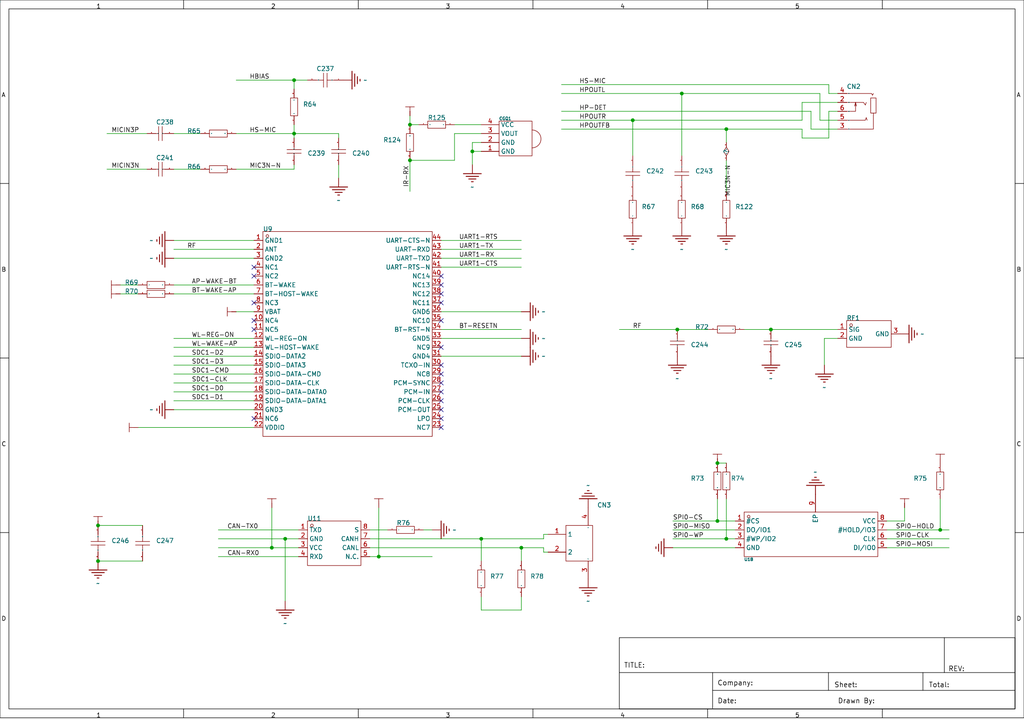
<source format=kicad_sch>
(kicad_sch (version 20231120) (generator "eeschema") (generator_version "8.0")
  (paper "User" 291.846 205.029)
  (lib_symbols
    (symbol "5-Voltage_1" (power) (pin_numbers hide) (pin_names hide)
      (symbol "5-Voltage_1_1_0"
        (polyline (pts (xy -1.27 2.54) (xy 1.27 2.54)))
        (polyline (pts (xy 0 2.54) (xy 0 1.27)))
        (pin power_in line (at 0 0 90) (length 1.27) (name "VCC-3V3") (number "1"))
      )
    )
    (symbol "5-Voltage_2" (power) (pin_numbers hide) (pin_names hide)
      (symbol "5-Voltage_2_1_0"
        (polyline (pts (xy -1.27 2.54) (xy 1.27 2.54)))
        (polyline (pts (xy 0 2.54) (xy 0 1.27)))
        (pin power_in line (at 0 0 90) (length 1.27) (name "VCC-NAND") (number "1"))
      )
    )
    (symbol "5-Voltage_3" (power) (pin_numbers hide) (pin_names hide)
      (symbol "5-Voltage_3_1_0"
        (polyline (pts (xy -1.27 2.54) (xy 1.27 2.54)))
        (polyline (pts (xy 0 2.54) (xy 0 1.27)))
        (pin power_in line (at 0 0 90) (length 1.27) (name "VCC-NAND") (number "1"))
      )
    )
    (symbol "5-Voltage_4" (power) (pin_numbers hide) (pin_names hide)
      (symbol "5-Voltage_4_1_0"
        (polyline (pts (xy -1.27 2.54) (xy 1.27 2.54)))
        (polyline (pts (xy 0 2.54) (xy 0 1.27)))
        (pin power_in line (at 0 0 90) (length 1.27) (name "VCC-NAND") (number "1"))
      )
    )
    (symbol "5-Voltage_5" (power) (pin_numbers hide) (pin_names hide)
      (symbol "5-Voltage_5_1_0"
        (polyline (pts (xy -1.27 2.54) (xy 1.27 2.54)))
        (polyline (pts (xy 0 2.54) (xy 0 1.27)))
        (pin power_in line (at 0 0 90) (length 1.27) (name "VCCIO-WIFI") (number "1"))
      )
    )
    (symbol "5-Voltage_6" (power) (pin_numbers hide) (pin_names hide)
      (symbol "5-Voltage_6_1_0"
        (polyline (pts (xy -1.27 2.54) (xy 1.27 2.54)))
        (polyline (pts (xy 0 2.54) (xy 0 1.27)))
        (pin power_in line (at 0 0 90) (length 1.27) (name "VCCIO-WIFI") (number "1"))
      )
    )
    (symbol "5-Voltage_7" (power) (pin_numbers hide) (pin_names hide)
      (symbol "5-Voltage_7_1_0"
        (polyline (pts (xy -1.27 2.54) (xy 1.27 2.54)))
        (polyline (pts (xy 0 2.54) (xy 0 1.27)))
        (pin power_in line (at 0 0 90) (length 1.27) (name "VCC-3V3") (number "1"))
      )
    )
    (symbol "5-Voltage_8" (power) (pin_numbers hide) (pin_names hide)
      (symbol "5-Voltage_8_1_0"
        (polyline (pts (xy -1.27 2.54) (xy 1.27 2.54)))
        (polyline (pts (xy 0 2.54) (xy 0 1.27)))
        (pin power_in line (at 0 0 90) (length 1.27) (name "VCC-PI") (number "1"))
      )
    )
    (symbol "5-Voltage_9" (power) (pin_numbers hide) (pin_names hide)
      (symbol "5-Voltage_9_1_0"
        (polyline (pts (xy -1.27 2.54) (xy 1.27 2.54)))
        (polyline (pts (xy 0 2.54) (xy 0 1.27)))
        (pin power_in line (at 0 0 90) (length 1.27) (name "VCCIO-WIFI") (number "1"))
      )
    )
    (symbol "AvaotaA1-easyedapro:0533980271"
      (property "Reference" "CN" (at 0 0 0))
      (symbol "0533980271_1_0"
        (rectangle (start -1.27 -5.08) (end 6.35 5.08))
        (pin unspecified line (at -6.35 2.54 0) (length 5.08) (name "1") (number "1"))
        (pin unspecified line (at -6.35 -2.54 0) (length 5.08) (name "2") (number "2"))
        (pin unspecified line (at 5.08 -10.16 90) (length 5.08) (name "3") (number "3"))
        (pin unspecified line (at 5.08 10.16 270) (length 5.08) (name "4") (number "4"))
      )
    )
    (symbol "AvaotaA1-easyedapro:5-Voltage" (power) (pin_numbers hide) (pin_names hide)
      (symbol "5-Voltage_1_0"
        (polyline (pts (xy -1.27 2.54) (xy 1.27 2.54)))
        (polyline (pts (xy 0 2.54) (xy 0 1.27)))
        (pin power_in line (at 0 0 90) (length 1.27) (name "VBUS") (number "1"))
      )
    )
    (symbol "AvaotaA1-easyedapro:BWIPX-1-001E"
      (property "Reference" "RF" (at 0 0 0))
      (symbol "BWIPX-1-001E_1_0"
        (rectangle (start -6.35 -3.81) (end 6.35 3.81))
        (circle (center -5.08 2.54) (radius 0.381))
        (pin unspecified line (at -8.89 1.27 0) (length 2.54) (name "SIG") (number "1"))
        (pin unspecified line (at -8.89 -1.27 0) (length 2.54) (name "GND") (number "2"))
        (pin unspecified line (at 8.89 0 180) (length 2.54) (name "GND") (number "3"))
      )
    )
    (symbol "AvaotaA1-easyedapro:CapAcitance"
      (symbol "CapAcitance_1_0"
        (polyline (pts (xy -0.508 -2.032) (xy -0.508 2.032)))
        (polyline (pts (xy -0.508 0) (xy -2.54 0)))
        (polyline (pts (xy 0.508 2.032) (xy 0.508 -2.032)))
        (polyline (pts (xy 2.54 0) (xy 0.508 0)))
        (pin input line (at -5.08 0 0) (length 2.54) (name "1") (number "1"))
        (pin input line (at 5.08 0 180) (length 2.54) (name "2") (number "2"))
      )
    )
    (symbol "AvaotaA1-easyedapro:GRM033R61A104KE15D"
      (property "Reference" "C" (at 0 0 0))
      (symbol "GRM033R61A104KE15D_1_0"
        (polyline (pts (xy -1.27 0) (xy -0.508 0)))
        (polyline (pts (xy -0.508 2.032) (xy -0.508 -2.032)))
        (polyline (pts (xy 0.508 0) (xy 1.27 0)))
        (polyline (pts (xy 0.508 2.032) (xy 0.508 -2.032)))
        (pin input line (at -3.81 0 0) (length 2.54) (name "1") (number "1"))
        (pin input line (at 3.81 0 180) (length 2.54) (name "2") (number "2"))
      )
    )
    (symbol "AvaotaA1-easyedapro:Ground-GND" (power) (pin_numbers hide) (pin_names hide)
      (symbol "Ground-GND_1_0"
        (polyline (pts (xy -2.54 -2.54) (xy 2.54 -2.54)) (stroke (width 0.254)))
        (polyline (pts (xy -1.778 -3.302) (xy 1.778 -3.302)) (stroke (width 0.254)))
        (polyline (pts (xy -1.016 -4.064) (xy 1.016 -4.064)) (stroke (width 0.254)))
        (polyline (pts (xy -0.254 -4.826) (xy 0.254 -4.826)) (stroke (width 0.254)))
        (pin power_in line (at 0 0 270) (length 2.54) (name "") (number "1"))
      )
    )
    (symbol "AvaotaA1-easyedapro:IRM-H638T/TR2"
      (property "Reference" "CGQ" (at 0 0 0))
      (symbol "IRM-H638T/TR2_1_0"
        (rectangle (start -2.54 -4.826) (end 6.858 5.08))
        (arc (start 6.858 -2.286) (mid 9.398 0.254) (end 6.858 2.794))
        (pin input line (at -7.62 3.81 0) (length 5.08) (name "GND") (number "1"))
        (pin input line (at -7.62 1.27 0) (length 5.08) (name "GND") (number "2"))
        (pin input line (at -7.62 -1.27 0) (length 5.08) (name "VOUT") (number "3"))
        (pin input line (at -7.62 -3.81 0) (length 5.08) (name "VCC") (number "4"))
      )
    )
    (symbol "AvaotaA1-easyedapro:PJ-327A0-SMT"
      (property "Reference" "CN" (at 0 0 0))
      (symbol "PJ-327A0-SMT_1_0"
        (rectangle (start -5.842 -3.81) (end -4.318 0.508))
        (polyline (pts (xy 0 -2.54) (xy -0.254 -1.524)))
        (polyline (pts (xy -5.08 0.508) (xy -5.08 5.08) (xy -5.08 5.08) (xy 2.54 5.08)))
        (polyline (pts (xy 2.54 -5.08) (xy -4.572 -5.08) (xy -4.572 -5.08) (xy -4.826 -4.572) (xy -4.826 -4.572) (xy -5.08 -5.08)))
        (polyline (pts (xy 2.54 -2.54) (xy -2.286 -2.54) (xy -2.286 -2.54) (xy -2.794 -1.778) (xy -2.794 -1.778) (xy -3.048 -2.54)))
        (polyline (pts (xy 2.54 2.54) (xy -2.794 2.54) (xy -2.794 2.54) (xy -3.048 1.778) (xy -3.048 1.778) (xy -3.302 2.54)))
        (polyline (pts (xy 2.54 0) (xy 0 0) (xy 0 0) (xy 0 -2.54) (xy 0 -2.54) (xy 0.254 -1.524) (xy 0.254 -1.524) (xy 0.254 -1.524)))
        (pin unspecified line (at 5.08 -2.54 180) (length 2.54) (name "2") (number "2"))
        (pin unspecified line (at 5.08 5.08 180) (length 2.54) (name "3") (number "3"))
        (pin unspecified line (at 5.08 -5.08 180) (length 2.54) (name "4") (number "4"))
        (pin unspecified line (at 5.08 2.54 180) (length 2.54) (name "5") (number "5"))
        (pin unspecified line (at 5.08 0 180) (length 2.54) (name "6") (number "6"))
      )
    )
    (symbol "AvaotaA1-easyedapro:Sheet_A4"
      (symbol "Sheet_A4_1_0"
        (polyline (pts (xy 2.54 -151.892) (xy 0 -151.892)) (stroke (width 0) (color 0 0 0 1)))
        (polyline (pts (xy 2.54 -102.108) (xy 0 -102.108)) (stroke (width 0) (color 0 0 0 1)))
        (polyline (pts (xy 2.54 -52.324) (xy 0 -52.324)) (stroke (width 0) (color 0 0 0 1)))
        (polyline (pts (xy 52.324 -202.184) (xy 52.324 -204.724)) (stroke (width 0) (color 0 0 0 1)))
        (polyline (pts (xy 52.324 -2.54) (xy 52.324 0)) (stroke (width 0) (color 0 0 0 1)))
        (polyline (pts (xy 102.108 -202.184) (xy 102.108 -204.724)) (stroke (width 0) (color 0 0 0 1)))
        (polyline (pts (xy 102.108 -2.54) (xy 102.108 0)) (stroke (width 0) (color 0 0 0 1)))
        (polyline (pts (xy 151.892 -202.184) (xy 151.892 -204.724)) (stroke (width 0) (color 0 0 0 1)))
        (polyline (pts (xy 151.892 -2.54) (xy 151.892 0)) (stroke (width 0) (color 0 0 0 1)))
        (polyline (pts (xy 176.5554 -191.8208) (xy 289.2044 -191.8208)) (stroke (width 0) (color 0 0 0 1)))
        (polyline (pts (xy 201.676 -202.184) (xy 201.676 -204.724)) (stroke (width 0) (color 0 0 0 1)))
        (polyline (pts (xy 201.676 -2.54) (xy 201.676 0)) (stroke (width 0) (color 0 0 0 1)))
        (polyline (pts (xy 203.0984 -196.9008) (xy 289.2044 -196.9008)) (stroke (width 0) (color 0 0 0 1)))
        (polyline (pts (xy 203.0984 -191.8208) (xy 203.0984 -201.9808)) (stroke (width 0) (color 0 0 0 1)))
        (polyline (pts (xy 236.1184 -191.8208) (xy 236.1184 -196.9008)) (stroke (width 0) (color 0 0 0 1)))
        (polyline (pts (xy 251.46 -202.184) (xy 251.46 -204.724)) (stroke (width 0) (color 0 0 0 1)))
        (polyline (pts (xy 251.46 -2.54) (xy 251.46 0)) (stroke (width 0) (color 0 0 0 1)))
        (polyline (pts (xy 263.0424 -191.8208) (xy 263.0424 -196.9008)) (stroke (width 0) (color 0 0 0 1)))
        (polyline (pts (xy 269.1384 -181.864) (xy 269.1384 -191.8208)) (stroke (width 0) (color 0 0 0 1)))
        (polyline (pts (xy 289.306 -151.892) (xy 291.846 -151.892)) (stroke (width 0) (color 0 0 0 1)))
        (polyline (pts (xy 289.306 -102.108) (xy 291.846 -102.108)) (stroke (width 0) (color 0 0 0 1)))
        (polyline (pts (xy 289.306 -52.324) (xy 291.846 -52.324)) (stroke (width 0) (color 0 0 0 1)))
        (rectangle (start 0 0) (end 291.846 -204.724) (stroke (width 0) (color 0 0 0 1)))
        (rectangle (start 2.54 -2.54) (end 289.306 -202.184) (stroke (width 0) (color 0 0 0 1)))
        (rectangle (start 176.5046 -181.864) (end 289.2806 -202.184) (stroke (width 0) (color 0 0 0 1)))
        (text "1" (at 27.432 -204.6732 0) (effects (font (size 1.2192 1.2192)) (justify left bottom)))
        (text "1" (at 27.432 -2.4892 0) (effects (font (size 1.2192 1.2192)) (justify left bottom)))
        (text "2" (at 77.216 -204.6732 0) (effects (font (size 1.2192 1.2192)) (justify left bottom)))
        (text "2" (at 77.216 -2.4892 0) (effects (font (size 1.2192 1.2192)) (justify left bottom)))
        (text "3" (at 127 -204.6732 0) (effects (font (size 1.2192 1.2192)) (justify left bottom)))
        (text "3" (at 127 -2.4892 0) (effects (font (size 1.2192 1.2192)) (justify left bottom)))
        (text "4" (at 176.784 -204.6732 0) (effects (font (size 1.2192 1.2192)) (justify left bottom)))
        (text "4" (at 176.784 -2.4892 0) (effects (font (size 1.2192 1.2192)) (justify left bottom)))
        (text "5" (at 226.568 -204.6732 0) (effects (font (size 1.2192 1.2192)) (justify left bottom)))
        (text "5" (at 226.568 -2.4892 0) (effects (font (size 1.2192 1.2192)) (justify left bottom)))
        (text "A" (at 0.381 -27.7622 0) (effects (font (size 1.2192 1.2192)) (justify left bottom)))
        (text "A" (at 289.687 -27.7622 0) (effects (font (size 1.2192 1.2192)) (justify left bottom)))
        (text "B" (at 0.381 -77.5462 0) (effects (font (size 1.2192 1.2192)) (justify left bottom)))
        (text "B" (at 289.687 -77.5462 0) (effects (font (size 1.2192 1.2192)) (justify left bottom)))
        (text "C" (at 0.381 -127.3302 0) (effects (font (size 1.2192 1.2192)) (justify left bottom)))
        (text "C" (at 289.687 -127.3302 0) (effects (font (size 1.2192 1.2192)) (justify left bottom)))
        (text "Company:" (at 204.4446 -195.5546 0) (effects (font (size 1.397 1.397)) (justify left bottom)))
        (text "D" (at 0.381 -177.1142 0) (effects (font (size 1.2192 1.2192)) (justify left bottom)))
        (text "D" (at 289.687 -177.1142 0) (effects (font (size 1.2192 1.2192)) (justify left bottom)))
        (text "Date:" (at 204.47 -200.66 0) (effects (font (size 1.397 1.397)) (justify left bottom)))
        (text "Drawn By:" (at 238.76 -200.66 0) (effects (font (size 1.397 1.397)) (justify left bottom)))
        (text "REV:" (at 270.256 -191.516 0) (effects (font (size 1.397 1.397)) (justify left bottom)))
        (text "Sheet:" (at 237.744 -196.088 0) (effects (font (size 1.397 1.397)) (justify left bottom)))
        (text "TITLE:" (at 177.8 -190.5 0) (effects (font (size 1.397 1.397)) (justify left bottom)))
        (text "Total:" (at 264.668 -196.088 0) (effects (font (size 1.397 1.397)) (justify left bottom)))
      )
    )
    (symbol "AvaotaA1-easyedapro:Short-Symbol"
      (symbol "Short-Symbol_1_0"
        (polyline (pts (xy -1.27 0) (xy 0 0.762) (xy 1.27 0) (xy 0 -0.762) (xy -1.27 0)))
        (pin input line (at -2.54 0 0) (length 1.27) (name "Pin1") (number "1"))
        (pin input line (at 2.54 0 180) (length 1.27) (name "Pin1") (number "2"))
      )
    )
    (symbol "AvaotaA1-easyedapro:TJA1051T_C7432801"
      (property "Reference" "U" (at 0 0 0))
      (symbol "TJA1051T_C7432801_1_0"
        (rectangle (start -7.62 -6.35) (end 7.62 6.35))
        (circle (center -6.35 5.08) (radius 0.381))
        (pin unspecified line (at -10.16 3.81 0) (length 2.54) (name "TXD") (number "1"))
        (pin unspecified line (at -10.16 1.27 0) (length 2.54) (name "GND") (number "2"))
        (pin unspecified line (at -10.16 -1.27 0) (length 2.54) (name "VCC") (number "3"))
        (pin unspecified line (at -10.16 -3.81 0) (length 2.54) (name "RXD") (number "4"))
        (pin unspecified line (at 10.16 -3.81 180) (length 2.54) (name "N.C.") (number "5"))
        (pin unspecified line (at 10.16 -1.27 180) (length 2.54) (name "CANL") (number "6"))
        (pin unspecified line (at 10.16 1.27 180) (length 2.54) (name "CANH") (number "7"))
        (pin unspecified line (at 10.16 3.81 180) (length 2.54) (name "S") (number "8"))
      )
    )
    (symbol "AvaotaA1-easyedapro:W25N01GVZEIG"
      (property "Reference" "U" (at 0 0 0))
      (symbol "W25N01GVZEIG_1_0"
        (rectangle (start -20.32 -7.62) (end 17.78 5.08))
        (circle (center -19.05 3.81) (radius 0.381))
        (pin input line (at -22.86 2.54 0) (length 2.54) (name "#CS") (number "1"))
        (pin input line (at -22.86 0 0) (length 2.54) (name "DO/IO1") (number "2"))
        (pin input line (at -22.86 -2.54 0) (length 2.54) (name "#WP/IO2") (number "3"))
        (pin input line (at -22.86 -5.08 0) (length 2.54) (name "GND") (number "4"))
        (pin input line (at 20.32 -5.08 180) (length 2.54) (name "DI/IO0") (number "5"))
        (pin input line (at 20.32 -2.54 180) (length 2.54) (name "CLK") (number "6"))
        (pin input line (at 20.32 0 180) (length 2.54) (name "#HOLD/IO3") (number "7"))
        (pin input line (at 20.32 2.54 180) (length 2.54) (name "VCC") (number "8"))
        (pin input line (at 0 10.16 270) (length 5.08) (name "EP") (number "9"))
      )
    )
    (symbol "AvaotaA1-easyedapro:XR829MQ"
      (property "Reference" "U" (at 0 0 0))
      (symbol "XR829MQ_1_0"
        (rectangle (start -24.13 -29.21) (end 24.13 29.21))
        (circle (center -22.86 27.94) (radius 0.381))
        (pin input line (at -26.67 26.67 0) (length 2.54) (name "GND1") (number "1"))
        (pin input line (at -26.67 3.81 0) (length 2.54) (name "NC4") (number "10"))
        (pin input line (at -26.67 1.27 0) (length 2.54) (name "NC5") (number "11"))
        (pin input line (at -26.67 -1.27 0) (length 2.54) (name "WL-REG-ON") (number "12"))
        (pin input line (at -26.67 -3.81 0) (length 2.54) (name "WL-HOST-WAKE") (number "13"))
        (pin input line (at -26.67 -6.35 0) (length 2.54) (name "SDIO-DATA2") (number "14"))
        (pin input line (at -26.67 -8.89 0) (length 2.54) (name "SDIO-DATA3") (number "15"))
        (pin input line (at -26.67 -11.43 0) (length 2.54) (name "SDIO-DATA-CMD") (number "16"))
        (pin input line (at -26.67 -13.97 0) (length 2.54) (name "SDIO-DATA-CLK") (number "17"))
        (pin input line (at -26.67 -16.51 0) (length 2.54) (name "SDIO-DATA-DATA0") (number "18"))
        (pin input line (at -26.67 -19.05 0) (length 2.54) (name "SDIO-DATA-DATA1") (number "19"))
        (pin input line (at -26.67 24.13 0) (length 2.54) (name "ANT") (number "2"))
        (pin input line (at -26.67 -21.59 0) (length 2.54) (name "GND3") (number "20"))
        (pin input line (at -26.67 -24.13 0) (length 2.54) (name "NC6") (number "21"))
        (pin input line (at -26.67 -26.67 0) (length 2.54) (name "VDDIO") (number "22"))
        (pin input line (at 26.67 -26.67 180) (length 2.54) (name "NC7") (number "23"))
        (pin input line (at 26.67 -24.13 180) (length 2.54) (name "LPO") (number "24"))
        (pin input line (at 26.67 -21.59 180) (length 2.54) (name "PCM-OUT") (number "25"))
        (pin input line (at 26.67 -19.05 180) (length 2.54) (name "PCM-CLK") (number "26"))
        (pin input line (at 26.67 -16.51 180) (length 2.54) (name "PCM-IN") (number "27"))
        (pin input line (at 26.67 -13.97 180) (length 2.54) (name "PCM-SYNC") (number "28"))
        (pin input line (at 26.67 -11.43 180) (length 2.54) (name "NC8") (number "29"))
        (pin input line (at -26.67 21.59 0) (length 2.54) (name "GND2") (number "3"))
        (pin input line (at 26.67 -8.89 180) (length 2.54) (name "TCXO-IN") (number "30"))
        (pin input line (at 26.67 -6.35 180) (length 2.54) (name "GND4") (number "31"))
        (pin input line (at 26.67 -3.81 180) (length 2.54) (name "NC9") (number "32"))
        (pin input line (at 26.67 -1.27 180) (length 2.54) (name "GND5") (number "33"))
        (pin input line (at 26.67 1.27 180) (length 2.54) (name "BT-RST-N") (number "34"))
        (pin input line (at 26.67 3.81 180) (length 2.54) (name "NC10") (number "35"))
        (pin input line (at 26.67 6.35 180) (length 2.54) (name "GND6") (number "36"))
        (pin input line (at 26.67 8.89 180) (length 2.54) (name "NC11") (number "37"))
        (pin input line (at 26.67 11.43 180) (length 2.54) (name "NC12") (number "38"))
        (pin input line (at 26.67 13.97 180) (length 2.54) (name "NC13") (number "39"))
        (pin input line (at -26.67 19.05 0) (length 2.54) (name "NC1") (number "4"))
        (pin input line (at 26.67 16.51 180) (length 2.54) (name "NC14") (number "40"))
        (pin input line (at 26.67 19.05 180) (length 2.54) (name "UART-RTS-N") (number "41"))
        (pin input line (at 26.67 21.59 180) (length 2.54) (name "UART-TXD") (number "42"))
        (pin input line (at 26.67 24.13 180) (length 2.54) (name "UART-RXD") (number "43"))
        (pin input line (at 26.67 26.67 180) (length 2.54) (name "UART-CTS-N") (number "44"))
        (pin input line (at -26.67 16.51 0) (length 2.54) (name "NC2") (number "5"))
        (pin input line (at -26.67 13.97 0) (length 2.54) (name "BT-WAKE") (number "6"))
        (pin input line (at -26.67 11.43 0) (length 2.54) (name "BT-HOST-WAKE") (number "7"))
        (pin input line (at -26.67 8.89 0) (length 2.54) (name "NC3") (number "8"))
        (pin input line (at -26.67 6.35 0) (length 2.54) (name "VBAT") (number "9"))
      )
    )
    (symbol "AvaotaA1-easyedapro:电阻"
      (symbol "电阻_1_0"
        (rectangle (start -2.54 1.016) (end 2.54 -1.016))
        (pin input line (at -5.08 0 0) (length 2.54) (name "1") (number "1"))
        (pin input line (at 5.08 0 180) (length 2.54) (name "2") (number "2"))
      )
    )
  )
  (junction (at 83.82 38.1))
  (junction (at 194.31 26.67))
  (junction (at 193.04 93.98))
  (junction (at 107.95 158.75))
  (junction (at 207.01 36.83))
  (junction (at 27.94 160.02))
  (junction (at 134.62 43.18))
  (junction (at 137.16 153.67))
  (junction (at 267.97 151.13))
  (junction (at 116.84 35.56))
  (junction (at 116.84 45.72))
  (junction (at 148.59 156.21))
  (junction (at 204.47 148.59))
  (junction (at 180.34 34.29))
  (junction (at 81.28 153.67))
  (junction (at 83.82 22.86))
  (junction (at 204.47 132.08))
  (junction (at 219.71 93.98))
  (junction (at 77.47 156.21))
  (junction (at 27.94 149.86))
  (junction (at 207.01 153.67))
  (no_connect (at 125.73 121.92))
  (no_connect (at 72.39 119.38))
  (no_connect (at 125.73 81.28))
  (no_connect (at 72.39 93.98))
  (no_connect (at 125.73 111.76))
  (no_connect (at 72.39 76.2))
  (no_connect (at 72.39 86.36))
  (no_connect (at 125.73 109.22))
  (no_connect (at 72.39 78.74))
  (no_connect (at 125.73 91.44))
  (no_connect (at 125.73 78.74))
  (no_connect (at 125.73 116.84))
  (no_connect (at 125.73 86.36))
  (no_connect (at 72.39 91.44))
  (no_connect (at 125.73 99.06))
  (no_connect (at 125.73 114.3))
  (no_connect (at 125.73 104.14))
  (no_connect (at 125.73 106.68))
  (no_connect (at 125.73 83.82))
  (no_connect (at 125.73 119.38))
  (wire (pts (xy 207.01 40.64) (xy 207.01 36.83)))
  (wire (pts (xy 156.21 152.4) (xy 154.94 152.4)))
  (wire (pts (xy 148.59 71.12) (xy 125.73 71.12)))
  (wire (pts (xy 207.01 132.08) (xy 204.47 132.08)))
  (wire (pts (xy 267.97 151.13) (xy 267.97 142.24)))
  (wire (pts (xy 148.59 156.21) (xy 105.41 156.21)))
  (wire (pts (xy 236.22 39.37) (xy 236.22 31.75)))
  (wire (pts (xy 209.55 153.67) (xy 207.01 153.67)))
  (wire (pts (xy 228.6 34.29) (xy 228.6 29.21)))
  (wire (pts (xy 270.51 156.21) (xy 252.73 156.21)))
  (wire (pts (xy 49.53 99.06) (xy 72.39 99.06)))
  (wire (pts (xy 72.39 68.58) (xy 49.53 68.58)))
  (wire (pts (xy 148.59 88.9) (xy 125.73 88.9)))
  (wire (pts (xy 154.94 152.4) (xy 154.94 153.67)))
  (wire (pts (xy 156.21 157.48) (xy 154.94 157.48)))
  (wire (pts (xy 148.59 170.18) (xy 148.59 173.99)))
  (wire (pts (xy 72.39 83.82) (xy 49.53 83.82)))
  (wire (pts (xy 39.37 83.82) (xy 34.29 83.82)))
  (wire (pts (xy 57.15 38.1) (xy 49.53 38.1)))
  (wire (pts (xy 62.23 153.67) (xy 81.28 153.67)))
  (wire (pts (xy 77.47 156.21) (xy 77.47 144.78)))
  (wire (pts (xy 148.59 93.98) (xy 125.73 93.98)))
  (wire (pts (xy 148.59 68.58) (xy 125.73 68.58)))
  (wire (pts (xy 257.81 148.59) (xy 257.81 144.78)))
  (wire (pts (xy 180.34 44.45) (xy 180.34 34.29)))
  (wire (pts (xy 110.49 151.13) (xy 105.41 151.13)))
  (wire (pts (xy 207.01 45.72) (xy 207.01 54.61)))
  (wire (pts (xy 209.55 151.13) (xy 191.77 151.13)))
  (wire (pts (xy 83.82 22.86) (xy 87.63 22.86)))
  (wire (pts (xy 72.39 109.22) (xy 49.53 109.22)))
  (wire (pts (xy 49.53 116.84) (xy 72.39 116.84)))
  (wire (pts (xy 77.47 156.21) (xy 85.09 156.21)))
  (wire (pts (xy 236.22 24.13) (xy 160.02 24.13)))
  (wire (pts (xy 180.34 34.29) (xy 160.02 34.29)))
  (wire (pts (xy 72.39 81.28) (xy 49.53 81.28)))
  (wire (pts (xy 81.28 153.67) (xy 85.09 153.67)))
  (wire (pts (xy 57.15 48.26) (xy 49.53 48.26)))
  (wire (pts (xy 62.23 158.75) (xy 85.09 158.75)))
  (wire (pts (xy 83.82 22.86) (xy 83.82 25.4)))
  (wire (pts (xy 193.04 93.98) (xy 176.53 93.98)))
  (wire (pts (xy 137.16 43.18) (xy 134.62 43.18)))
  (wire (pts (xy 49.53 114.3) (xy 72.39 114.3)))
  (wire (pts (xy 154.94 156.21) (xy 148.59 156.21)))
  (wire (pts (xy 228.6 34.29) (xy 180.34 34.29)))
  (wire (pts (xy 236.22 24.13) (xy 236.22 26.67)))
  (wire (pts (xy 137.16 153.67) (xy 105.41 153.67)))
  (wire (pts (xy 234.95 96.52) (xy 238.76 96.52)))
  (wire (pts (xy 107.95 144.78) (xy 107.95 158.75)))
  (wire (pts (xy 72.39 121.92) (xy 39.37 121.92)))
  (wire (pts (xy 49.53 104.14) (xy 72.39 104.14)))
  (wire (pts (xy 228.6 39.37) (xy 228.6 36.83)))
  (wire (pts (xy 83.82 48.26) (xy 83.82 46.99)))
  (wire (pts (xy 81.28 153.67) (xy 81.28 171.45)))
  (wire (pts (xy 137.16 173.99) (xy 148.59 173.99)))
  (wire (pts (xy 83.82 38.1) (xy 96.52 38.1)))
  (wire (pts (xy 129.54 45.72) (xy 116.84 45.72)))
  (wire (pts (xy 116.84 35.56) (xy 116.84 33.02)))
  (wire (pts (xy 137.16 160.02) (xy 137.16 153.67)))
  (wire (pts (xy 233.68 34.29) (xy 238.76 34.29)))
  (wire (pts (xy 270.51 151.13) (xy 267.97 151.13)))
  (wire (pts (xy 137.16 170.18) (xy 137.16 173.99)))
  (wire (pts (xy 67.31 38.1) (xy 83.82 38.1)))
  (wire (pts (xy 236.22 39.37) (xy 228.6 39.37)))
  (wire (pts (xy 49.53 71.12) (xy 72.39 71.12)))
  (wire (pts (xy 34.29 81.28) (xy 39.37 81.28)))
  (wire (pts (xy 125.73 96.52) (xy 148.59 96.52)))
  (wire (pts (xy 62.23 151.13) (xy 85.09 151.13)))
  (wire (pts (xy 201.93 93.98) (xy 193.04 93.98)))
  (wire (pts (xy 49.53 101.6) (xy 72.39 101.6)))
  (wire (pts (xy 234.95 104.14) (xy 234.95 96.52)))
  (wire (pts (xy 238.76 31.75) (xy 236.22 31.75)))
  (wire (pts (xy 257.81 148.59) (xy 252.73 148.59)))
  (wire (pts (xy 270.51 153.67) (xy 252.73 153.67)))
  (wire (pts (xy 120.65 151.13) (xy 123.19 151.13)))
  (wire (pts (xy 134.62 43.18) (xy 134.62 40.64)))
  (wire (pts (xy 148.59 160.02) (xy 148.59 156.21)))
  (wire (pts (xy 233.68 26.67) (xy 233.68 34.29)))
  (wire (pts (xy 267.97 151.13) (xy 252.73 151.13)))
  (wire (pts (xy 194.31 26.67) (xy 160.02 26.67)))
  (wire (pts (xy 105.41 158.75) (xy 107.95 158.75)))
  (wire (pts (xy 62.23 156.21) (xy 77.47 156.21)))
  (wire (pts (xy 204.47 142.24) (xy 204.47 148.59)))
  (wire (pts (xy 160.02 31.75) (xy 231.14 31.75)))
  (wire (pts (xy 83.82 22.86) (xy 67.31 22.86)))
  (wire (pts (xy 148.59 101.6) (xy 125.73 101.6)))
  (wire (pts (xy 154.94 153.67) (xy 137.16 153.67)))
  (wire (pts (xy 134.62 40.64) (xy 137.16 40.64)))
  (wire (pts (xy 231.14 36.83) (xy 238.76 36.83)))
  (wire (pts (xy 137.16 38.1) (xy 129.54 38.1)))
  (wire (pts (xy 207.01 153.67) (xy 191.77 153.67)))
  (wire (pts (xy 96.52 38.1) (xy 96.52 39.37)))
  (wire (pts (xy 194.31 44.45) (xy 194.31 26.67)))
  (wire (pts (xy 107.95 158.75) (xy 123.19 158.75)))
  (wire (pts (xy 40.64 160.02) (xy 27.94 160.02)))
  (wire (pts (xy 96.52 46.99) (xy 96.52 50.8)))
  (wire (pts (xy 209.55 148.59) (xy 204.47 148.59)))
  (wire (pts (xy 207.01 142.24) (xy 207.01 153.67)))
  (wire (pts (xy 238.76 26.67) (xy 236.22 26.67)))
  (wire (pts (xy 154.94 157.48) (xy 154.94 156.21)))
  (wire (pts (xy 49.53 111.76) (xy 72.39 111.76)))
  (wire (pts (xy 72.39 73.66) (xy 49.53 73.66)))
  (wire (pts (xy 219.71 93.98) (xy 212.09 93.98)))
  (wire (pts (xy 49.53 96.52) (xy 72.39 96.52)))
  (wire (pts (xy 83.82 38.1) (xy 83.82 35.56)))
  (wire (pts (xy 204.47 148.59) (xy 191.77 148.59)))
  (wire (pts (xy 67.31 48.26) (xy 83.82 48.26)))
  (wire (pts (xy 72.39 106.68) (xy 49.53 106.68)))
  (wire (pts (xy 41.91 38.1) (xy 30.48 38.1)))
  (wire (pts (xy 134.62 43.18) (xy 134.62 46.99)))
  (wire (pts (xy 238.76 29.21) (xy 228.6 29.21)))
  (wire (pts (xy 209.55 156.21) (xy 191.77 156.21)))
  (wire (pts (xy 148.59 73.66) (xy 125.73 73.66)))
  (wire (pts (xy 83.82 38.1) (xy 83.82 39.37)))
  (wire (pts (xy 116.84 35.56) (xy 119.38 35.56)))
  (wire (pts (xy 231.14 31.75) (xy 231.14 36.83)))
  (wire (pts (xy 194.31 26.67) (xy 233.68 26.67)))
  (wire (pts (xy 30.48 48.26) (xy 41.91 48.26)))
  (wire (pts (xy 40.64 149.86) (xy 27.94 149.86)))
  (wire (pts (xy 129.54 45.72) (xy 129.54 38.1)))
  (wire (pts (xy 238.76 93.98) (xy 219.71 93.98)))
  (wire (pts (xy 148.59 76.2) (xy 125.73 76.2)))
  (wire (pts (xy 129.54 35.56) (xy 137.16 35.56)))
  (wire (pts (xy 67.31 88.9) (xy 72.39 88.9)))
  (wire (pts (xy 116.84 54.61) (xy 116.84 45.72)))
  (wire (pts (xy 228.6 36.83) (xy 207.01 36.83)))
  (wire (pts (xy 207.01 36.83) (xy 160.02 36.83)))
  (label "HP-DET" (at 165.1 31.75 0))
  (label "MIC3N-N" (at 207.01 46.99 270))
  (label "HS-MIC" (at 71.12 38.1 0))
  (label "CAN-RX0" (at 64.77 158.75 0))
  (label "SDC1-CLK" (at 54.61 109.22 0))
  (label "AP-WAKE-BT" (at 54.61 81.28 0))
  (label "SDC1-D1" (at 54.61 114.3 0))
  (label "MIC3N-N" (at 71.12 48.26 0))
  (label "RF" (at 53.34 71.12 0))
  (label "SPI0-CS" (at 191.77 148.59 0))
  (label "SPI0-WP" (at 191.77 153.67 0))
  (label "SDC1-CMD" (at 54.61 106.68 0))
  (label "HBIAS" (at 71.12 22.86 0))
  (label "UART1-TX" (at 130.81 71.12 0))
  (label "SPI0-MISO" (at 191.77 151.13 0))
  (label "IR-RX" (at 116.84 53.34 90))
  (label "SPI0-HOLD" (at 255.27 151.13 0))
  (label "SPI0-MOSI" (at 255.27 156.21 0))
  (label "SDC1-D2" (at 54.61 101.6 0))
  (label "UART1-RTS" (at 130.81 68.58 0))
  (label "HS-MIC" (at 165.1 24.13 0))
  (label "WL-WAKE-AP" (at 54.61 99.06 0))
  (label "WL-REG-ON" (at 54.61 96.52 0))
  (label "CAN-TX0" (at 64.77 151.13 0))
  (label "SDC1-D3" (at 54.61 104.14 0))
  (label "UART1-CTS" (at 130.81 76.2 0))
  (label "UART1-RX" (at 130.81 73.66 0))
  (label "MICIN3N" (at 31.75 48.26 0))
  (label "SDC1-D0" (at 54.61 111.76 0))
  (label "SPI0-CLK" (at 255.27 153.67 0))
  (label "BT-WAKE-AP" (at 54.61 83.82 0))
  (label "BT-RESETN" (at 130.81 93.98 0))
  (label "HPOUTL" (at 165.1 26.67 0))
  (label "RF" (at 180.34 93.98 0))
  (label "HPOUTR" (at 165.1 34.29 0))
  (label "HPOUTFB" (at 165.1 36.83 0))
  (label "MICIN3P" (at 31.75 38.1 0))
  (symbol (lib_id "AvaotaA1-easyedapro:电阻") (at 207.01 93.98 0) (unit 1)
    (property "Reference" "R72" (at 198.12 93.98 0) (effects (justify left bottom)))
    (property "Value" "0" (effects (hide yes)))
    (property "Footprint" "AvaotaA1-easyedapro:R0603" (effects (hide yes)))
  )
  (symbol (lib_id "AvaotaA1-easyedapro:电阻") (at 194.31 59.69 90) (unit 1)
    (property "Reference" "R68" (at 196.85 59.69 90) (effects (justify right top)))
    (property "Value" "22" (effects (hide yes)))
    (property "Footprint" "AvaotaA1-easyedapro:R0603" (effects (hide yes)))
  )
  (symbol (lib_id "AvaotaA1-easyedapro:5-Voltage") (at 27.94 149.86 0) (unit 1)
    (property "Reference" "#PWR?" (effects (hide yes)))
    (property "Value" "VBUS" (effects (hide yes)))
    (property "Footprint" "AvaotaA1-easyedapro:" (effects (hide yes)))
    (property "Description" "Power-5V" (effects (hide yes)))
  )
  (symbol (lib_id "AvaotaA1-easyedapro:电阻") (at 267.97 137.16 90) (unit 1)
    (property "Reference" "R75" (at 260.35 137.16 90) (effects (justify right top)))
    (property "Value" "10K" (effects (hide yes)))
    (property "Footprint" "AvaotaA1-easyedapro:R0603" (effects (hide yes)))
  )
  (symbol (lib_id "AvaotaA1-easyedapro:Ground-GND") (at 49.53 73.66 270) (unit 1)
    (property "Reference" "#PWR?" (effects (hide yes)))
    (property "Footprint" "AvaotaA1-easyedapro:" (effects (hide yes)))
  )
  (symbol (lib_id "AvaotaA1-easyedapro:Ground-GND") (at 97.79 22.86 90) (unit 1)
    (property "Reference" "#PWR?" (effects (hide yes)))
    (property "Footprint" "AvaotaA1-easyedapro:" (effects (hide yes)))
  )
  (symbol (lib_id "AvaotaA1-easyedapro:电阻") (at 116.84 40.64 90) (unit 1)
    (property "Reference" "R124" (at 109.22 40.64 90) (effects (justify right top)))
    (property "Value" "10k" (effects (hide yes)))
    (property "Footprint" "AvaotaA1-easyedapro:R0603" (effects (hide yes)))
  )
  (symbol (lib_id "AvaotaA1-easyedapro:Ground-GND") (at 81.28 171.45 0) (unit 1)
    (property "Reference" "#PWR?" (effects (hide yes)))
    (property "Footprint" "AvaotaA1-easyedapro:" (effects (hide yes)))
  )
  (symbol (lib_id "AvaotaA1-easyedapro:Short-Symbol") (at 207.01 43.18 90) (unit 1)
    (property "Reference" "?" (at 207.01 43.18 0))
    (property "Footprint" "AvaotaA1-easyedapro:" (effects (hide yes)))
  )
  (symbol (lib_id "AvaotaA1-easyedapro:电阻") (at 44.45 83.82 0) (unit 1)
    (property "Reference" "R70" (at 35.56 83.82 0) (effects (justify left bottom)))
    (property "Value" "10K" (effects (hide yes)))
    (property "Footprint" "AvaotaA1-easyedapro:R0603" (effects (hide yes)))
  )
  (symbol (lib_id "AvaotaA1-easyedapro:XR829MQ") (at 99.06 95.25 0) (unit 1)
    (property "Reference" "U9" (at 74.93 66.04 0) (effects (justify left bottom)))
    (property "Footprint" "AvaotaA1-easyedapro:LGA-44_L12.0-W12.0-P0.90" (effects (hide yes)))
    (property "Datasheet" "https://atta.szlcsc.comnull" (effects (hide yes)))
    (property "Manufacturer Part" "AIC8800D" (effects (hide yes)))
    (property "Supplier Part" "C3039827" (effects (hide yes)))
    (property "Supplier" "LCSC" (effects (hide yes)))
    (property "LCSC Part Name" "XR829MQ" (effects (hide yes)))
  )
  (symbol (lib_id "AvaotaA1-easyedapro:Ground-GND") (at 219.71 101.6 0) (unit 1)
    (property "Reference" "#PWR?" (effects (hide yes)))
    (property "Footprint" "AvaotaA1-easyedapro:" (effects (hide yes)))
  )
  (symbol (lib_id "AvaotaA1-easyedapro:GRM033R61A104KE15D") (at 83.82 43.18 90) (unit 1)
    (property "Reference" "C239" (at 87.63 44.45 90) (effects (justify right top)))
    (property "Value" "33pF" (effects (hide yes)))
    (property "Footprint" "AvaotaA1-easyedapro:C0201" (effects (hide yes)))
    (property "Datasheet" "https://atta.szlcsc.com/upload/public/pdf/source/20180307/C76934_15204090982891407723.pdf" (effects (hide yes)))
    (property "Description" "容值:100nF;精度:±10%;额定电压:10V;材质(温度系数):X5R;" (effects (hide yes)))
    (property "Manufacturer Part" "GRM033R61A104KE15D" (effects (hide yes)))
    (property "Manufacturer" "muRata(村田)" (effects (hide yes)))
    (property "Supplier Part" "C76934" (effects (hide yes)))
    (property "Supplier" "LCSC" (effects (hide yes)))
    (property "LCSC Part Name" "100nF ±10% 10V" (effects (hide yes)))
  )
  (symbol (lib_id "AvaotaA1-easyedapro:电阻") (at 148.59 165.1 90) (unit 1)
    (property "Reference" "R78" (at 151.13 165.1 90) (effects (justify right top)))
    (property "Value" "60" (effects (hide yes)))
    (property "Footprint" "AvaotaA1-easyedapro:R0603" (effects (hide yes)))
  )
  (symbol (lib_name "5-Voltage_2") (lib_id "AvaotaA1-easyedapro:5-Voltage") (at 257.81 144.78 0) (unit 1)
    (property "Reference" "#PWR?" (effects (hide yes)))
    (property "Value" "VCC-NAND" (effects (hide yes)))
    (property "Footprint" "AvaotaA1-easyedapro:" (effects (hide yes)))
    (property "Description" "Power-5V" (effects (hide yes)))
  )
  (symbol (lib_id "AvaotaA1-easyedapro:5-Voltage") (at 77.47 144.78 0) (unit 1)
    (property "Reference" "#PWR?" (effects (hide yes)))
    (property "Value" "VBUS" (effects (hide yes)))
    (property "Footprint" "AvaotaA1-easyedapro:" (effects (hide yes)))
    (property "Description" "Power-5V" (effects (hide yes)))
  )
  (symbol (lib_id "AvaotaA1-easyedapro:Ground-GND") (at 148.59 101.6 90) (unit 1)
    (property "Reference" "#PWR?" (effects (hide yes)))
    (property "Footprint" "AvaotaA1-easyedapro:" (effects (hide yes)))
  )
  (symbol (lib_id "AvaotaA1-easyedapro:CapAcitance") (at 27.94 154.94 90) (unit 1)
    (property "Reference" "C246" (at 31.75 154.94 90) (effects (justify right top)))
    (property "Value" "100nF" (effects (hide yes)))
    (property "Footprint" "AvaotaA1-easyedapro:C0402" (effects (hide yes)))
  )
  (symbol (lib_id "AvaotaA1-easyedapro:GRM033R61A104KE15D") (at 193.04 97.79 90) (unit 1)
    (property "Reference" "C244" (at 196.85 99.06 90) (effects (justify right top)))
    (property "Value" "NC" (effects (hide yes)))
    (property "Footprint" "AvaotaA1-easyedapro:C0201" (effects (hide yes)))
    (property "Datasheet" "https://atta.szlcsc.com/upload/public/pdf/source/20180307/C76934_15204090982891407723.pdf" (effects (hide yes)))
    (property "Description" "容值:100nF;精度:±10%;额定电压:10V;材质(温度系数):X5R;" (effects (hide yes)))
    (property "Manufacturer Part" "GRM033R61A104KE15D" (effects (hide yes)))
    (property "Manufacturer" "muRata(村田)" (effects (hide yes)))
    (property "Supplier Part" "C76934" (effects (hide yes)))
    (property "Supplier" "LCSC" (effects (hide yes)))
    (property "LCSC Part Name" "100nF ±10% 10V" (effects (hide yes)))
  )
  (symbol (lib_id "AvaotaA1-easyedapro:BWIPX-1-001E") (at 247.65 95.25 0) (unit 1)
    (property "Reference" "RF1" (at 241.3 91.44 0) (effects (justify left bottom)))
    (property "Footprint" "AvaotaA1-easyedapro:IPEX-SMD_BWIPX-1-001E" (effects (hide yes)))
    (property "Datasheet" "https://atta.szlcsc.com/upload/public/pdf/source/20201223/C496552_05E5A9956EAE1A8819C5051D085B1DED.pdf" (effects (hide yes)))
    (property "Description" "连接器类型:板端;接口类型:内针;频率-最大值:6GHz;接口直径:-;射频系列:IPEX;端口数量:1;阻抗:50Ω;样式:-;接口长度/高度:-;工作温度范围:-;" (effects (hide yes)))
    (property "Manufacturer Part" "BWIPX-1-001E" (effects (hide yes)))
    (property "Manufacturer" "BAT WIRELESS(蝙蝠无线)" (effects (hide yes)))
    (property "Supplier Part" "C496552" (effects (hide yes)))
    (property "Supplier" "LCSC" (effects (hide yes)))
    (property "LCSC Part Name" "IPEX 内针 IPEX内针 天线座 IPEX-1 IPEX1 1代" (effects (hide yes)))
  )
  (symbol (lib_name "5-Voltage_5") (lib_id "AvaotaA1-easyedapro:5-Voltage") (at 34.29 81.28 90) (unit 1)
    (property "Reference" "#PWR?" (effects (hide yes)))
    (property "Value" "VCCIO-WIFI" (effects (hide yes)))
    (property "Footprint" "AvaotaA1-easyedapro:" (effects (hide yes)))
    (property "Description" "Power-5V" (effects (hide yes)))
  )
  (symbol (lib_id "AvaotaA1-easyedapro:CapAcitance") (at 92.71 22.86 180) (unit 1)
    (property "Reference" "C237" (at 90.17 20.32 0) (effects (justify right top)))
    (property "Value" "2.2uF" (effects (hide yes)))
    (property "Footprint" "AvaotaA1-easyedapro:C0402" (effects (hide yes)))
  )
  (symbol (lib_id "AvaotaA1-easyedapro:Ground-GND") (at 207.01 64.77 0) (unit 1)
    (property "Reference" "#PWR?" (effects (hide yes)))
    (property "Footprint" "AvaotaA1-easyedapro:" (effects (hide yes)))
  )
  (symbol (lib_id "AvaotaA1-easyedapro:Ground-GND") (at 148.59 88.9 90) (unit 1)
    (property "Reference" "#PWR?" (effects (hide yes)))
    (property "Footprint" "AvaotaA1-easyedapro:" (effects (hide yes)))
  )
  (symbol (lib_name "5-Voltage_3") (lib_id "AvaotaA1-easyedapro:5-Voltage") (at 204.47 132.08 0) (unit 1)
    (property "Reference" "#PWR?" (effects (hide yes)))
    (property "Value" "VCC-NAND" (effects (hide yes)))
    (property "Footprint" "AvaotaA1-easyedapro:" (effects (hide yes)))
    (property "Description" "Power-5V" (effects (hide yes)))
  )
  (symbol (lib_id "AvaotaA1-easyedapro:电阻") (at 62.23 38.1 0) (unit 1)
    (property "Reference" "R65" (at 53.34 38.1 0) (effects (justify left bottom)))
    (property "Value" "10K" (effects (hide yes)))
    (property "Footprint" "AvaotaA1-easyedapro:R0603" (effects (hide yes)))
  )
  (symbol (lib_id "AvaotaA1-easyedapro:GRM033R61A104KE15D") (at 45.72 38.1 0) (unit 1)
    (property "Reference" "C238" (at 44.45 35.56 0) (effects (justify left bottom)))
    (property "Value" "100nF" (effects (hide yes)))
    (property "Footprint" "AvaotaA1-easyedapro:C0201" (effects (hide yes)))
    (property "Datasheet" "https://atta.szlcsc.com/upload/public/pdf/source/20180307/C76934_15204090982891407723.pdf" (effects (hide yes)))
    (property "Description" "容值:100nF;精度:±10%;额定电压:10V;材质(温度系数):X5R;" (effects (hide yes)))
    (property "Manufacturer Part" "GRM033R61A104KE15D" (effects (hide yes)))
    (property "Manufacturer" "muRata(村田)" (effects (hide yes)))
    (property "Supplier Part" "C76934" (effects (hide yes)))
    (property "Supplier" "LCSC" (effects (hide yes)))
    (property "LCSC Part Name" "100nF ±10% 10V" (effects (hide yes)))
  )
  (symbol (lib_id "AvaotaA1-easyedapro:CapAcitance") (at 40.64 154.94 90) (unit 1)
    (property "Reference" "C247" (at 44.45 154.94 90) (effects (justify right top)))
    (property "Value" "2.2uF" (effects (hide yes)))
    (property "Footprint" "AvaotaA1-easyedapro:C0402" (effects (hide yes)))
  )
  (symbol (lib_id "AvaotaA1-easyedapro:Ground-GND") (at 134.62 46.99 0) (unit 1)
    (property "Reference" "#PWR?" (effects (hide yes)))
    (property "Footprint" "AvaotaA1-easyedapro:" (effects (hide yes)))
  )
  (symbol (lib_id "AvaotaA1-easyedapro:GRM033R61A104KE15D") (at 96.52 43.18 90) (unit 1)
    (property "Reference" "C240" (at 100.33 44.45 90) (effects (justify right top)))
    (property "Value" "100nF" (effects (hide yes)))
    (property "Footprint" "AvaotaA1-easyedapro:C0201" (effects (hide yes)))
    (property "Datasheet" "https://atta.szlcsc.com/upload/public/pdf/source/20180307/C76934_15204090982891407723.pdf" (effects (hide yes)))
    (property "Description" "容值:100nF;精度:±10%;额定电压:10V;材质(温度系数):X5R;" (effects (hide yes)))
    (property "Manufacturer Part" "GRM033R61A104KE15D" (effects (hide yes)))
    (property "Manufacturer" "muRata(村田)" (effects (hide yes)))
    (property "Supplier Part" "C76934" (effects (hide yes)))
    (property "Supplier" "LCSC" (effects (hide yes)))
    (property "LCSC Part Name" "100nF ±10% 10V" (effects (hide yes)))
  )
  (symbol (lib_id "AvaotaA1-easyedapro:电阻") (at 62.23 48.26 0) (unit 1)
    (property "Reference" "R66" (at 53.34 48.26 0) (effects (justify left bottom)))
    (property "Value" "10K" (effects (hide yes)))
    (property "Footprint" "AvaotaA1-easyedapro:R0603" (effects (hide yes)))
  )
  (symbol (lib_id "AvaotaA1-easyedapro:电阻") (at 207.01 137.16 90) (unit 1)
    (property "Reference" "R74" (at 208.28 137.16 90) (effects (justify right top)))
    (property "Value" "10K" (effects (hide yes)))
    (property "Footprint" "AvaotaA1-easyedapro:R0603" (effects (hide yes)))
  )
  (symbol (lib_id "AvaotaA1-easyedapro:Ground-GND") (at 194.31 64.77 0) (unit 1)
    (property "Reference" "#PWR?" (effects (hide yes)))
    (property "Footprint" "AvaotaA1-easyedapro:" (effects (hide yes)))
  )
  (symbol (lib_id "AvaotaA1-easyedapro:电阻") (at 44.45 81.28 0) (unit 1)
    (property "Reference" "R69" (at 35.56 81.28 0) (effects (justify left bottom)))
    (property "Value" "10K" (effects (hide yes)))
    (property "Footprint" "AvaotaA1-easyedapro:R0603" (effects (hide yes)))
  )
  (symbol (lib_id "AvaotaA1-easyedapro:Ground-GND") (at 180.34 64.77 0) (unit 1)
    (property "Reference" "#PWR?" (effects (hide yes)))
    (property "Footprint" "AvaotaA1-easyedapro:" (effects (hide yes)))
  )
  (symbol (lib_id "AvaotaA1-easyedapro:Ground-GND") (at 148.59 96.52 90) (unit 1)
    (property "Reference" "#PWR?" (effects (hide yes)))
    (property "Footprint" "AvaotaA1-easyedapro:" (effects (hide yes)))
  )
  (symbol (lib_id "AvaotaA1-easyedapro:Ground-GND") (at 191.77 156.21 270) (unit 1)
    (property "Reference" "#PWR?" (effects (hide yes)))
    (property "Footprint" "AvaotaA1-easyedapro:" (effects (hide yes)))
  )
  (symbol (lib_id "AvaotaA1-easyedapro:Ground-GND") (at 123.19 151.13 90) (unit 1)
    (property "Reference" "#PWR?" (effects (hide yes)))
    (property "Footprint" "AvaotaA1-easyedapro:" (effects (hide yes)))
  )
  (symbol (lib_id "AvaotaA1-easyedapro:CapAcitance") (at 180.34 49.53 270) (unit 1)
    (property "Reference" "C242" (at 184.15 49.53 90) (effects (justify left bottom)))
    (property "Value" "100nF" (effects (hide yes)))
    (property "Footprint" "AvaotaA1-easyedapro:C0402" (effects (hide yes)))
  )
  (symbol (lib_id "AvaotaA1-easyedapro:Ground-GND") (at 234.95 104.14 0) (unit 1)
    (property "Reference" "#PWR?" (effects (hide yes)))
    (property "Footprint" "AvaotaA1-easyedapro:" (effects (hide yes)))
  )
  (symbol (lib_name "5-Voltage_4") (lib_id "AvaotaA1-easyedapro:5-Voltage") (at 267.97 132.08 0) (unit 1)
    (property "Reference" "#PWR?" (effects (hide yes)))
    (property "Value" "VCC-NAND" (effects (hide yes)))
    (property "Footprint" "AvaotaA1-easyedapro:" (effects (hide yes)))
    (property "Description" "Power-5V" (effects (hide yes)))
  )
  (symbol (lib_id "AvaotaA1-easyedapro:电阻") (at 124.46 35.56 180) (unit 1)
    (property "Reference" "R125" (at 121.92 34.29 0) (effects (justify right top)))
    (property "Value" "33" (effects (hide yes)))
    (property "Footprint" "AvaotaA1-easyedapro:R0603" (effects (hide yes)))
  )
  (symbol (lib_id "AvaotaA1-easyedapro:Ground-GND") (at 167.64 165.1 0) (unit 1)
    (property "Reference" "#PWR?" (effects (hide yes)))
    (property "Footprint" "AvaotaA1-easyedapro:" (effects (hide yes)))
  )
  (symbol (lib_id "AvaotaA1-easyedapro:IRM-H638T/TR2") (at 144.78 39.37 0) (mirror x) (unit 1)
    (property "Reference" "CGQ1" (at 142.24 34.29 0) (effects (font (size 0.8382 0.8382)) (justify left top)))
    (property "Footprint" "AvaotaA1-easyedapro:SENSOR-SMD_IRM-H638T-TR2-TL" (effects (hide yes)))
    (property "Datasheet" "https://atta.szlcsc.com/upload/public/pdf/source/20161219/1482143954829.pdf" (effects (hide yes)))
    (property "Description" "工作电压:2.7V~5.5V;工作电流:1.2mA;接收距离:-;中心频率:-;接收角度:-;" (effects (hide yes)))
    (property "Manufacturer Part" "IRM-H638T/TR2" (effects (hide yes)))
    (property "Manufacturer" "EVERLIGHT(亿光)" (effects (hide yes)))
    (property "Supplier Part" "C91447" (effects (hide yes)))
    (property "Supplier" "LCSC" (effects (hide yes)))
    (property "LCSC Part Name" "45°@水平 45°@垂直" (effects (hide yes)))
  )
  (symbol (lib_id "AvaotaA1-easyedapro:电阻") (at 83.82 30.48 90) (unit 1)
    (property "Reference" "R64" (at 86.36 30.48 90) (effects (justify right top)))
    (property "Value" "2K" (effects (hide yes)))
    (property "Footprint" "AvaotaA1-easyedapro:R0603" (effects (hide yes)))
  )
  (symbol (lib_name "5-Voltage_8") (lib_id "AvaotaA1-easyedapro:5-Voltage") (at 116.84 33.02 0) (unit 1)
    (property "Reference" "#PWR?" (effects (hide yes)))
    (property "Value" "VCC-PI" (effects (hide yes)))
    (property "Footprint" "AvaotaA1-easyedapro:" (effects (hide yes)))
    (property "Description" "Power-5V" (effects (hide yes)))
  )
  (symbol (lib_id "AvaotaA1-easyedapro:TJA1051T_C7432801") (at 95.25 154.94 0) (unit 1)
    (property "Reference" "U11" (at 87.63 148.59 0) (effects (justify left bottom)))
    (property "Footprint" "AvaotaA1-easyedapro:SOP-8_L4.9-W3.9-P1.27-LS6.0-BL" (effects (hide yes)))
    (property "Datasheet" "https://atta.szlcsc.com/upload/public/pdf/source/20230625/004DEA3E98C57C3FE97F8CC2FD188F8A.pdf" (effects (hide yes)))
    (property "Description" "类型:收发器;数据速率:5Mbps;" (effects (hide yes)))
    (property "Manufacturer Part" "TJA1051T" (effects (hide yes)))
    (property "Manufacturer" "Tokmas(托克马斯)" (effects (hide yes)))
    (property "Supplier Part" "C7432801" (effects (hide yes)))
    (property "Supplier" "LCSC" (effects (hide yes)))
    (property "LCSC Part Name" "TJA1051T" (effects (hide yes)))
  )
  (symbol (lib_id "AvaotaA1-easyedapro:Ground-GND") (at 167.64 144.78 180) (unit 1)
    (property "Reference" "#PWR?" (effects (hide yes)))
    (property "Footprint" "AvaotaA1-easyedapro:" (effects (hide yes)))
  )
  (symbol (lib_id "AvaotaA1-easyedapro:电阻") (at 137.16 165.1 90) (unit 1)
    (property "Reference" "R77" (at 139.7 165.1 90) (effects (justify right top)))
    (property "Value" "60" (effects (hide yes)))
    (property "Footprint" "AvaotaA1-easyedapro:R0603" (effects (hide yes)))
  )
  (symbol (lib_id "AvaotaA1-easyedapro:CapAcitance") (at 194.31 49.53 270) (unit 1)
    (property "Reference" "C243" (at 198.12 49.53 90) (effects (justify left bottom)))
    (property "Value" "100nF" (effects (hide yes)))
    (property "Footprint" "AvaotaA1-easyedapro:C0402" (effects (hide yes)))
  )
  (symbol (lib_id "AvaotaA1-easyedapro:Ground-GND") (at 256.54 95.25 90) (unit 1)
    (property "Reference" "#PWR?" (effects (hide yes)))
    (property "Footprint" "AvaotaA1-easyedapro:" (effects (hide yes)))
  )
  (symbol (lib_id "AvaotaA1-easyedapro:0533980271") (at 162.56 154.94 0) (unit 1)
    (property "Reference" "CN3" (at 170.18 144.78 0) (effects (justify left bottom)))
    (property "Footprint" "AvaotaA1-easyedapro:CONN-SMD_2P-P1.25_053398-0X71" (effects (hide yes)))
    (property "Datasheet" "https://atta.szlcsc.com/upload/public/pdf/source/20170721/C122410_1500619309943834053.pdf" (effects (hide yes)))
    (property "Description" "插针结构:1x2P;间距:1.25mm;安装方式:立贴;参考系列:-;总PIN数:2P;排数:1;每排PIN数:2;行距:-;额定电流:-;触头材质:磷青铜;触头镀层:锡;工作温度范围:-;" (effects (hide yes)))
    (property "Manufacturer Part" "0533980271" (effects (hide yes)))
    (property "Manufacturer" "MOLEX" (effects (hide yes)))
    (property "Supplier Part" "C122410" (effects (hide yes)))
    (property "Supplier" "LCSC" (effects (hide yes)))
    (property "LCSC Part Name" "1x2P 间距:1.25mm 立贴" (effects (hide yes)))
  )
  (symbol (lib_name "5-Voltage_1") (lib_id "AvaotaA1-easyedapro:5-Voltage") (at 107.95 144.78 0) (unit 1)
    (property "Reference" "#PWR?" (effects (hide yes)))
    (property "Value" "VCC-3V3" (effects (hide yes)))
    (property "Footprint" "AvaotaA1-easyedapro:" (effects (hide yes)))
    (property "Description" "Power-5V" (effects (hide yes)))
  )
  (symbol (lib_id "AvaotaA1-easyedapro:电阻") (at 115.57 151.13 0) (unit 1)
    (property "Reference" "R76" (at 113.03 149.86 0) (effects (justify left bottom)))
    (property "Value" "10K" (effects (hide yes)))
    (property "Footprint" "AvaotaA1-easyedapro:R0603" (effects (hide yes)))
  )
  (symbol (lib_name "5-Voltage_7") (lib_id "AvaotaA1-easyedapro:5-Voltage") (at 67.31 88.9 90) (unit 1)
    (property "Reference" "#PWR?" (effects (hide yes)))
    (property "Value" "VCC-3V3" (effects (hide yes)))
    (property "Footprint" "AvaotaA1-easyedapro:" (effects (hide yes)))
    (property "Description" "Power-5V" (effects (hide yes)))
  )
  (symbol (lib_id "AvaotaA1-easyedapro:电阻") (at 207.01 59.69 90) (unit 1)
    (property "Reference" "R122" (at 209.55 59.69 90) (effects (justify right top)))
    (property "Value" "0" (effects (hide yes)))
    (property "Footprint" "AvaotaA1-easyedapro:R0603" (effects (hide yes)))
  )
  (symbol (lib_id "AvaotaA1-easyedapro:W25N01GVZEIG") (at 232.41 151.13 0) (unit 1)
    (property "Reference" "U18" (at 212.09 160.02 0) (effects (font (size 0.8382 0.8382)) (justify left bottom)))
    (property "Footprint" "AvaotaA1-easyedapro:WSON-8_L8.0-W6.10-P1.27-TL-EP" (effects (hide yes)))
    (property "Datasheet" "https://atta.szlcsc.com/upload/public/pdf/source/20180428/C88868_D3C946FD371B1278FED16ED9DB2A4B79.pdf" (effects (hide yes)))
    (property "Description" "1-Gbit(128M x 8bit)，SPI接口，工作电压：2.7V to 3.6V" (effects (hide yes)))
    (property "Manufacturer Part" "W25N01GVZEIG" (effects (hide yes)))
    (property "Manufacturer" "WINBOND(华邦)" (effects (hide yes)))
    (property "Supplier Part" "C88868" (effects (hide yes)))
    (property "Supplier" "LCSC" (effects (hide yes)))
    (property "LCSC Part Name" "W25N01GVZEIG" (effects (hide yes)))
  )
  (symbol (lib_id "AvaotaA1-easyedapro:Sheet_A4") (at 0 0 0) (unit 1)
    (property "Reference" "?" (at 0 0 0))
    (property "Footprint" "AvaotaA1-easyedapro:" (effects (hide yes)))
    (property "@Board Name" "Avaota Pi A_100ASK_1.7" (effects (hide yes)))
    (property "@Create Date" "2024-08-17" (effects (hide yes)))
    (property "@Create Time" "11:54:28" (effects (hide yes)))
    (property "@Page Count" "13" (effects (hide yes)))
    (property "@Page Name" "PERF3" (effects (hide yes)))
    (property "@Page No" "10" (effects (hide yes)))
    (property "@Project Name" "Avaota A1 八核 AIoT 开发板" (effects (hide yes)))
    (property "@Schematic Name" "Avaota Pi A_1" (effects (hide yes)))
    (property "@Update Date" "2024-08-17" (effects (hide yes)))
    (property "@Update Time" "11:54:30" (effects (hide yes)))
  )
  (symbol (lib_name "5-Voltage_9") (lib_id "AvaotaA1-easyedapro:5-Voltage") (at 39.37 121.92 90) (unit 1)
    (property "Reference" "#PWR?" (effects (hide yes)))
    (property "Value" "VCCIO-WIFI" (effects (hide yes)))
    (property "Footprint" "AvaotaA1-easyedapro:" (effects (hide yes)))
    (property "Description" "Power-5V" (effects (hide yes)))
  )
  (symbol (lib_id "AvaotaA1-easyedapro:Ground-GND") (at 49.53 116.84 270) (unit 1)
    (property "Reference" "#PWR?" (effects (hide yes)))
    (property "Footprint" "AvaotaA1-easyedapro:" (effects (hide yes)))
  )
  (symbol (lib_name "5-Voltage_6") (lib_id "AvaotaA1-easyedapro:5-Voltage") (at 34.29 83.82 90) (unit 1)
    (property "Reference" "#PWR?" (effects (hide yes)))
    (property "Value" "VCCIO-WIFI" (effects (hide yes)))
    (property "Footprint" "AvaotaA1-easyedapro:" (effects (hide yes)))
    (property "Description" "Power-5V" (effects (hide yes)))
  )
  (symbol (lib_id "AvaotaA1-easyedapro:Ground-GND") (at 27.94 160.02 0) (unit 1)
    (property "Reference" "#PWR?" (effects (hide yes)))
    (property "Footprint" "AvaotaA1-easyedapro:" (effects (hide yes)))
  )
  (symbol (lib_id "AvaotaA1-easyedapro:Ground-GND") (at 96.52 50.8 0) (unit 1)
    (property "Reference" "#PWR?" (effects (hide yes)))
    (property "Footprint" "AvaotaA1-easyedapro:" (effects (hide yes)))
  )
  (symbol (lib_id "AvaotaA1-easyedapro:Ground-GND") (at 49.53 68.58 270) (unit 1)
    (property "Reference" "#PWR?" (effects (hide yes)))
    (property "Footprint" "AvaotaA1-easyedapro:" (effects (hide yes)))
  )
  (symbol (lib_id "AvaotaA1-easyedapro:Ground-GND") (at 193.04 101.6 0) (unit 1)
    (property "Reference" "#PWR?" (effects (hide yes)))
    (property "Footprint" "AvaotaA1-easyedapro:" (effects (hide yes)))
  )
  (symbol (lib_id "AvaotaA1-easyedapro:GRM033R61A104KE15D") (at 219.71 97.79 90) (unit 1)
    (property "Reference" "C245" (at 223.52 99.06 90) (effects (justify right top)))
    (property "Value" "NC" (effects (hide yes)))
    (property "Footprint" "AvaotaA1-easyedapro:C0201" (effects (hide yes)))
    (property "Datasheet" "https://atta.szlcsc.com/upload/public/pdf/source/20180307/C76934_15204090982891407723.pdf" (effects (hide yes)))
    (property "Description" "容值:100nF;精度:±10%;额定电压:10V;材质(温度系数):X5R;" (effects (hide yes)))
    (property "Manufacturer Part" "GRM033R61A104KE15D" (effects (hide yes)))
    (property "Manufacturer" "muRata(村田)" (effects (hide yes)))
    (property "Supplier Part" "C76934" (effects (hide yes)))
    (property "Supplier" "LCSC" (effects (hide yes)))
    (property "LCSC Part Name" "100nF ±10% 10V" (effects (hide yes)))
  )
  (symbol (lib_id "AvaotaA1-easyedapro:GRM033R61A104KE15D") (at 45.72 48.26 0) (unit 1)
    (property "Reference" "C241" (at 44.45 45.72 0) (effects (justify left bottom)))
    (property "Value" "100nF" (effects (hide yes)))
    (property "Footprint" "AvaotaA1-easyedapro:C0201" (effects (hide yes)))
    (property "Datasheet" "https://atta.szlcsc.com/upload/public/pdf/source/20180307/C76934_15204090982891407723.pdf" (effects (hide yes)))
    (property "Description" "容值:100nF;精度:±10%;额定电压:10V;材质(温度系数):X5R;" (effects (hide yes)))
    (property "Manufacturer Part" "GRM033R61A104KE15D" (effects (hide yes)))
    (property "Manufacturer" "muRata(村田)" (effects (hide yes)))
    (property "Supplier Part" "C76934" (effects (hide yes)))
    (property "Supplier" "LCSC" (effects (hide yes)))
    (property "LCSC Part Name" "100nF ±10% 10V" (effects (hide yes)))
  )
  (symbol (lib_id "AvaotaA1-easyedapro:PJ-327A0-SMT") (at 243.84 31.75 180) (unit 1)
    (property "Reference" "CN2" (at 241.3 25.4 0) (effects (justify right top)))
    (property "Footprint" "AvaotaA1-easyedapro:AUDIO-SMD_PJ-327A0-SMT" (effects (hide yes)))
    (property "Datasheet" "https://atta.szlcsc.com/upload/public/pdf/source/20211011/16B83D74DCFBFB52BBA1016D248FDA16.pdf" (effects (hide yes)))
    (property "Description" "连接器类型:3.5mm耳机座;额定电流:500mA;额定电压:30V;工作温度范围:-20°C~+70°C;焊接温度(最大值):235°C;" (effects (hide yes)))
    (property "Manufacturer Part" "PJ-327A0-SMT" (effects (hide yes)))
    (property "Manufacturer" "XKB Connectivity(中国星坤)" (effects (hide yes)))
    (property "Supplier Part" "C381135" (effects (hide yes)))
    (property "Supplier" "LCSC" (effects (hide yes)))
    (property "LCSC Part Name" "3.5mm耳机座" (effects (hide yes)))
  )
  (symbol (lib_id "AvaotaA1-easyedapro:电阻") (at 180.34 59.69 90) (unit 1)
    (property "Reference" "R67" (at 182.88 59.69 90) (effects (justify right top)))
    (property "Value" "22" (effects (hide yes)))
    (property "Footprint" "AvaotaA1-easyedapro:R0603" (effects (hide yes)))
  )
  (symbol (lib_id "AvaotaA1-easyedapro:Ground-GND") (at 232.41 140.97 180) (unit 1)
    (property "Reference" "#PWR?" (effects (hide yes)))
    (property "Footprint" "AvaotaA1-easyedapro:" (effects (hide yes)))
  )
  (symbol (lib_id "AvaotaA1-easyedapro:电阻") (at 204.47 137.16 90) (unit 1)
    (property "Reference" "R73" (at 196.85 137.16 90) (effects (justify right top)))
    (property "Value" "10K" (effects (hide yes)))
    (property "Footprint" "AvaotaA1-easyedapro:R0603" (effects (hide yes)))
  )
)
</source>
